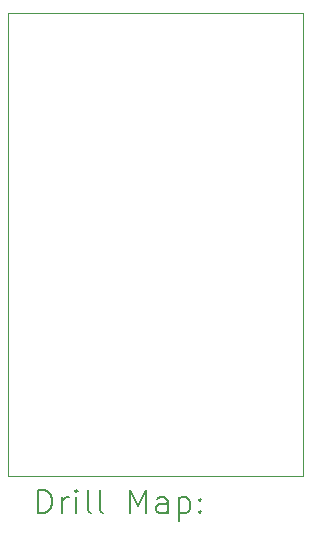
<source format=gbr>
%TF.GenerationSoftware,KiCad,Pcbnew,8.0.9-8.0.9-0~ubuntu24.04.1*%
%TF.CreationDate,2025-05-15T11:11:22+02:00*%
%TF.ProjectId,FastLapLights5V,46617374-4c61-4704-9c69-676874733556,MK6*%
%TF.SameCoordinates,Original*%
%TF.FileFunction,Drillmap*%
%TF.FilePolarity,Positive*%
%FSLAX45Y45*%
G04 Gerber Fmt 4.5, Leading zero omitted, Abs format (unit mm)*
G04 Created by KiCad (PCBNEW 8.0.9-8.0.9-0~ubuntu24.04.1) date 2025-05-15 11:11:22*
%MOMM*%
%LPD*%
G01*
G04 APERTURE LIST*
%ADD10C,0.050000*%
%ADD11C,0.200000*%
G04 APERTURE END LIST*
D10*
X4250000Y-8720000D02*
X6750000Y-8720000D01*
X6750000Y-12640000D01*
X4250000Y-12640000D01*
X4250000Y-8720000D01*
D11*
X4508277Y-12953984D02*
X4508277Y-12753984D01*
X4508277Y-12753984D02*
X4555896Y-12753984D01*
X4555896Y-12753984D02*
X4584467Y-12763508D01*
X4584467Y-12763508D02*
X4603515Y-12782555D01*
X4603515Y-12782555D02*
X4613039Y-12801603D01*
X4613039Y-12801603D02*
X4622563Y-12839698D01*
X4622563Y-12839698D02*
X4622563Y-12868269D01*
X4622563Y-12868269D02*
X4613039Y-12906365D01*
X4613039Y-12906365D02*
X4603515Y-12925412D01*
X4603515Y-12925412D02*
X4584467Y-12944460D01*
X4584467Y-12944460D02*
X4555896Y-12953984D01*
X4555896Y-12953984D02*
X4508277Y-12953984D01*
X4708277Y-12953984D02*
X4708277Y-12820650D01*
X4708277Y-12858746D02*
X4717801Y-12839698D01*
X4717801Y-12839698D02*
X4727324Y-12830174D01*
X4727324Y-12830174D02*
X4746372Y-12820650D01*
X4746372Y-12820650D02*
X4765420Y-12820650D01*
X4832086Y-12953984D02*
X4832086Y-12820650D01*
X4832086Y-12753984D02*
X4822563Y-12763508D01*
X4822563Y-12763508D02*
X4832086Y-12773031D01*
X4832086Y-12773031D02*
X4841610Y-12763508D01*
X4841610Y-12763508D02*
X4832086Y-12753984D01*
X4832086Y-12753984D02*
X4832086Y-12773031D01*
X4955896Y-12953984D02*
X4936848Y-12944460D01*
X4936848Y-12944460D02*
X4927324Y-12925412D01*
X4927324Y-12925412D02*
X4927324Y-12753984D01*
X5060658Y-12953984D02*
X5041610Y-12944460D01*
X5041610Y-12944460D02*
X5032086Y-12925412D01*
X5032086Y-12925412D02*
X5032086Y-12753984D01*
X5289229Y-12953984D02*
X5289229Y-12753984D01*
X5289229Y-12753984D02*
X5355896Y-12896841D01*
X5355896Y-12896841D02*
X5422563Y-12753984D01*
X5422563Y-12753984D02*
X5422563Y-12953984D01*
X5603515Y-12953984D02*
X5603515Y-12849222D01*
X5603515Y-12849222D02*
X5593991Y-12830174D01*
X5593991Y-12830174D02*
X5574944Y-12820650D01*
X5574944Y-12820650D02*
X5536848Y-12820650D01*
X5536848Y-12820650D02*
X5517801Y-12830174D01*
X5603515Y-12944460D02*
X5584467Y-12953984D01*
X5584467Y-12953984D02*
X5536848Y-12953984D01*
X5536848Y-12953984D02*
X5517801Y-12944460D01*
X5517801Y-12944460D02*
X5508277Y-12925412D01*
X5508277Y-12925412D02*
X5508277Y-12906365D01*
X5508277Y-12906365D02*
X5517801Y-12887317D01*
X5517801Y-12887317D02*
X5536848Y-12877793D01*
X5536848Y-12877793D02*
X5584467Y-12877793D01*
X5584467Y-12877793D02*
X5603515Y-12868269D01*
X5698753Y-12820650D02*
X5698753Y-13020650D01*
X5698753Y-12830174D02*
X5717801Y-12820650D01*
X5717801Y-12820650D02*
X5755896Y-12820650D01*
X5755896Y-12820650D02*
X5774943Y-12830174D01*
X5774943Y-12830174D02*
X5784467Y-12839698D01*
X5784467Y-12839698D02*
X5793991Y-12858746D01*
X5793991Y-12858746D02*
X5793991Y-12915888D01*
X5793991Y-12915888D02*
X5784467Y-12934936D01*
X5784467Y-12934936D02*
X5774943Y-12944460D01*
X5774943Y-12944460D02*
X5755896Y-12953984D01*
X5755896Y-12953984D02*
X5717801Y-12953984D01*
X5717801Y-12953984D02*
X5698753Y-12944460D01*
X5879705Y-12934936D02*
X5889229Y-12944460D01*
X5889229Y-12944460D02*
X5879705Y-12953984D01*
X5879705Y-12953984D02*
X5870182Y-12944460D01*
X5870182Y-12944460D02*
X5879705Y-12934936D01*
X5879705Y-12934936D02*
X5879705Y-12953984D01*
X5879705Y-12830174D02*
X5889229Y-12839698D01*
X5889229Y-12839698D02*
X5879705Y-12849222D01*
X5879705Y-12849222D02*
X5870182Y-12839698D01*
X5870182Y-12839698D02*
X5879705Y-12830174D01*
X5879705Y-12830174D02*
X5879705Y-12849222D01*
M02*

</source>
